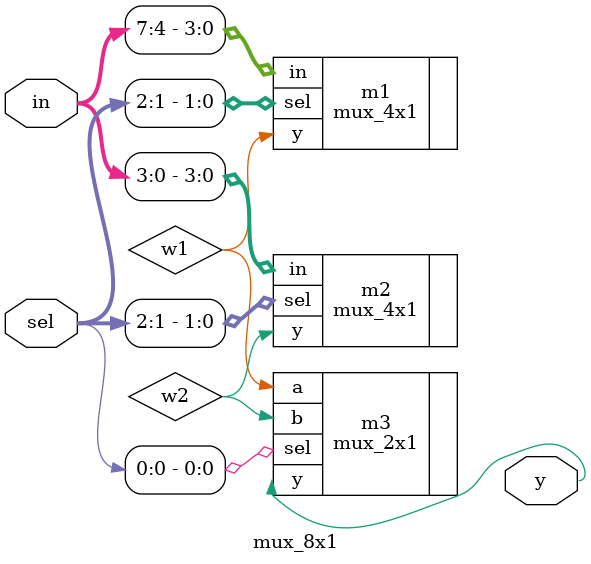
<source format=v>
`timescale 1ns / 1ps
`include"mux_2x1.v"
`include"mux_4x1.v"
module mux_8x1(
    input [7:0] in,
    input [2:0] sel,
    output y
    );
    wire w1,w2;
    mux_4x1 m1(.sel(sel[2:1]),.in(in[7:4]),.y(w1));
    mux_4x1 m2(.sel(sel[2:1]),.in(in[3:0]),.y(w2));
    mux_2x1 m3(.sel(sel[0]),.a(w1),.b(w2),.y(y));
endmodule

</source>
